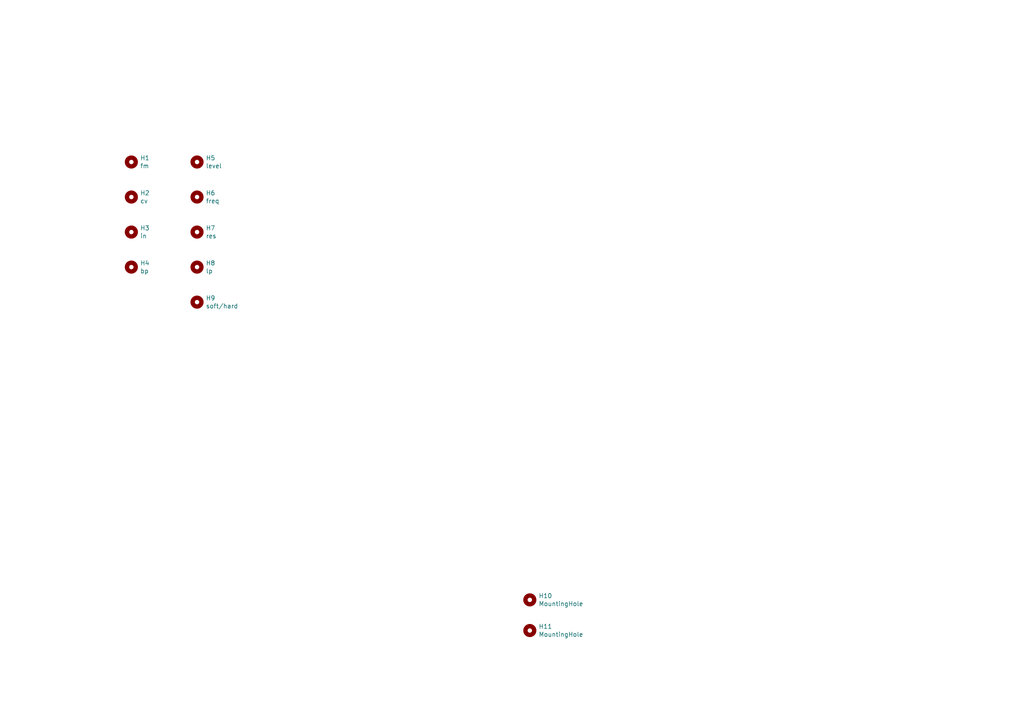
<source format=kicad_sch>
(kicad_sch (version 20230121) (generator eeschema)
  (paper "A4")
  (title_block (title "ПОЛИВОКС") (date "2020-06-01") (rev "01") (comment 1 "schema for panel") (comment 2 "polivoks LM4250 VCF") (comment 4 "License CC BY 4.0 - Attribution 4.0 International"))
  (lib_symbols
    (symbol "Mechanical:MountingHole" (pin_names (offset 1.016))
      (property "Reference" "H" (at 0 5.08 0))
      (property "Value" "MountingHole" (at 0 3.175 0))
      (symbol "MountingHole_0_1"
        (circle (center 0 0) (radius 1.27) (stroke (width 1.27)))
      )
    )
  )
  (symbol (lib_id "Mechanical:MountingHole") (at 57.15 46.99 0) (unit 1)
    (property "Reference" "H5" (at 59.69 45.8216 0) (effects (justify left)))
    (property "Value" "level" (at 59.69 48.133 0) (effects (justify left)))
    (property "Footprint" "elektrophon:panel_potentiometer" (effects hide))
  )
  (symbol (lib_id "Mechanical:MountingHole") (at 38.1 46.99 0) (unit 1)
    (property "Reference" "H1" (at 40.64 45.8216 0) (effects (justify left)))
    (property "Value" "fm" (at 40.64 48.133 0) (effects (justify left)))
    (property "Footprint" "elektrophon:panel_jack" (effects hide))
  )
  (symbol (lib_id "Mechanical:MountingHole") (at 57.15 57.15 0) (unit 1)
    (property "Reference" "H6" (at 59.69 55.9816 0) (effects (justify left)))
    (property "Value" "freq" (at 59.69 58.293 0) (effects (justify left)))
    (property "Footprint" "elektrophon:panel_potentiometer" (effects hide))
  )
  (symbol (lib_id "Mechanical:MountingHole") (at 38.1 57.15 0) (unit 1)
    (property "Reference" "H2" (at 40.64 55.9816 0) (effects (justify left)))
    (property "Value" "cv" (at 40.64 58.293 0) (effects (justify left)))
    (property "Footprint" "elektrophon:panel_jack" (effects hide))
  )
  (symbol (lib_id "Mechanical:MountingHole") (at 38.1 67.31 0) (unit 1)
    (property "Reference" "H3" (at 40.64 66.1416 0) (effects (justify left)))
    (property "Value" "in" (at 40.64 68.453 0) (effects (justify left)))
    (property "Footprint" "elektrophon:panel_jack" (effects hide))
  )
  (symbol (lib_id "Mechanical:MountingHole") (at 57.15 67.31 0) (unit 1)
    (property "Reference" "H7" (at 59.69 66.1416 0) (effects (justify left)))
    (property "Value" "res" (at 59.69 68.453 0) (effects (justify left)))
    (property "Footprint" "elektrophon:panel_potentiometer" (effects hide))
  )
  (symbol (lib_id "Mechanical:MountingHole") (at 38.1 77.47 0) (unit 1)
    (property "Reference" "H4" (at 40.64 76.3016 0) (effects (justify left)))
    (property "Value" "bp" (at 40.64 78.613 0) (effects (justify left)))
    (property "Footprint" "elektrophon:panel_jack" (effects hide))
  )
  (symbol (lib_id "Mechanical:MountingHole") (at 57.15 77.47 0) (unit 1)
    (property "Reference" "H8" (at 59.69 76.3016 0) (effects (justify left)))
    (property "Value" "lp" (at 59.69 78.613 0) (effects (justify left)))
    (property "Footprint" "elektrophon:panel_jack" (effects hide))
  )
  (symbol (lib_id "Mechanical:MountingHole") (at 57.15 87.63 0) (unit 1)
    (property "Reference" "H9" (at 59.69 86.4616 0) (effects (justify left)))
    (property "Value" "soft/hard" (at 59.69 88.773 0) (effects (justify left)))
    (property "Footprint" "elektrophon:panel_switch" (effects hide))
  )
  (symbol (lib_id "Mechanical:MountingHole") (at 153.67 173.99 0) (unit 1)
    (property "Reference" "H10" (at 156.21 172.8216 0) (effects (justify left)))
    (property "Value" "MountingHole" (at 156.21 175.133 0) (effects (justify left)))
    (property "Footprint" "elektrophon:MountingHole_Panel_3.2mm_M3" (effects hide))
  )
  (symbol (lib_id "Mechanical:MountingHole") (at 153.67 182.88 0) (unit 1)
    (property "Reference" "H11" (at 156.21 181.7116 0) (effects (justify left)))
    (property "Value" "MountingHole" (at 156.21 184.023 0) (effects (justify left)))
    (property "Footprint" "elektrophon:MountingHole_Panel_3.2mm_M3" (effects hide))
  )
)
</source>
